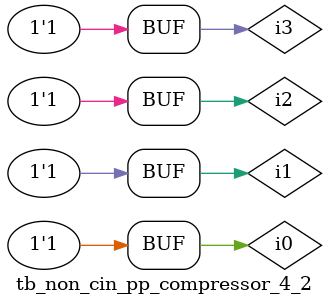
<source format=v>
`timescale 1ns / 1ps
module tb_non_cin_pp_compressor_4_2();
    reg i0,i1,i2,i3;
    wire co,c,d;
    
    initial begin
        {i0,i1,i2,i3} = 4'b0000;
    #20
        {i0,i1,i2,i3} = 4'b0001;
    #20
        {i0,i1,i2,i3} = 4'b0010;
    #20
        {i0,i1,i2,i3} = 4'b0011;
    #20
        {i0,i1,i2,i3} = 4'b0100;
    #20
        {i0,i1,i2,i3} = 4'b0101;
    #20
        {i0,i1,i2,i3} = 4'b0110;
    #20
        {i0,i1,i2,i3} = 4'b0111;
    #20
        {i0,i1,i2,i3} = 4'b1000;
    #20                    
        {i0,i1,i2,i3} = 4'b1001;
    #20                    
        {i0,i1,i2,i3} = 4'b1010;
    #20                    
        {i0,i1,i2,i3} = 4'b1011;
    #20                    
        {i0,i1,i2,i3} = 4'b1100;
    #20                    
        {i0,i1,i2,i3} = 4'b1101;
    #20                    
        {i0,i1,i2,i3} = 4'b1110;
    #20                    
        {i0,i1,i2,i3} = 4'b1111;
        
    end

    non_cin_compressor_4_2 non_cin_compressor_4_2(
            .i0  (i0 ),
            .i1  (i1 ),
            .i2  (i2 ),
            .i3  (i3 ),

            .co  (co ),
            .c   (c  ),
            .d   (d  )
    );
    
endmodule

</source>
